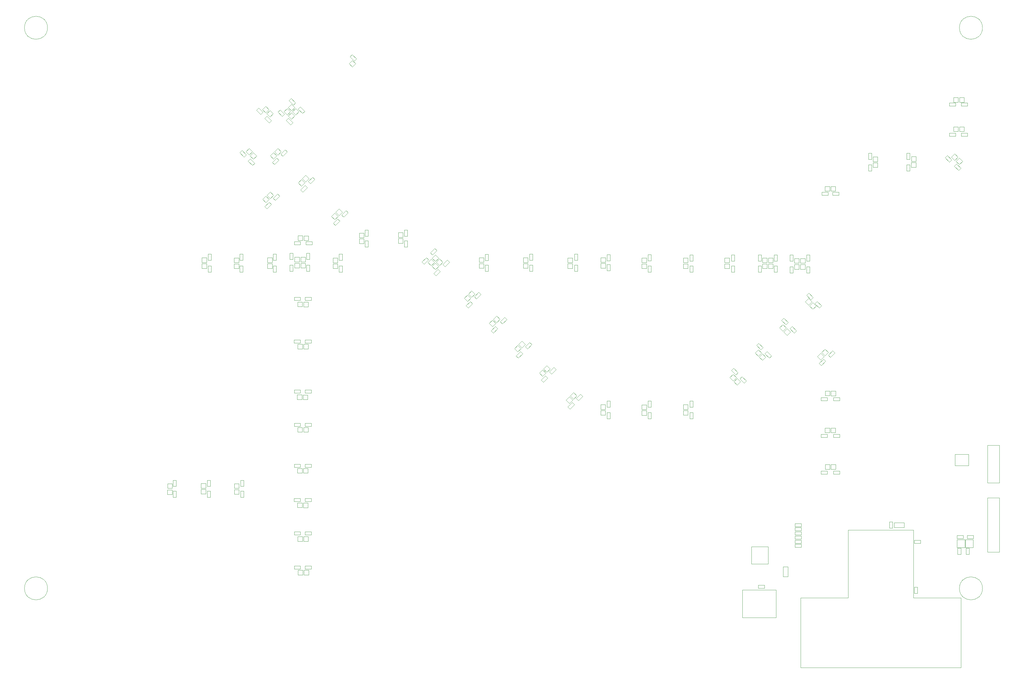
<source format=gbr>
%TF.GenerationSoftware,KiCad,Pcbnew,7.0.1*%
%TF.CreationDate,2023-09-17T14:31:18-07:00*%
%TF.ProjectId,vancouver-skytrain-pcb,76616e63-6f75-4766-9572-2d736b797472,rev?*%
%TF.SameCoordinates,Original*%
%TF.FileFunction,Other,User*%
%FSLAX46Y46*%
G04 Gerber Fmt 4.6, Leading zero omitted, Abs format (unit mm)*
G04 Created by KiCad (PCBNEW 7.0.1) date 2023-09-17 14:31:18*
%MOMM*%
%LPD*%
G01*
G04 APERTURE LIST*
%ADD10C,0.050000*%
G04 APERTURE END LIST*
D10*
%TO.C,C42*%
X83970000Y-89820000D02*
X83970000Y-91680000D01*
X83030000Y-89820000D02*
X83970000Y-89820000D01*
X83970000Y-91680000D02*
X83030000Y-91680000D01*
X83030000Y-91680000D02*
X83030000Y-89820000D01*
%TO.C,LED66*%
X118800000Y-83500000D02*
X118800000Y-84900000D01*
X118800000Y-84900000D02*
X120200000Y-84900000D01*
X120200000Y-83500000D02*
X118800000Y-83500000D01*
X120200000Y-84900000D02*
X120200000Y-83500000D01*
%TO.C,LED122*%
X72850000Y-160300000D02*
X71450000Y-160300000D01*
X71450000Y-160300000D02*
X71450000Y-161700000D01*
X72850000Y-161700000D02*
X72850000Y-160300000D01*
X71450000Y-161700000D02*
X72850000Y-161700000D01*
%TO.C,LED20*%
X99752082Y-46159010D02*
X98762133Y-47148959D01*
X98762133Y-47148959D02*
X99752082Y-48138908D01*
X100742031Y-47148959D02*
X99752082Y-46159010D01*
X99752082Y-48138908D02*
X100742031Y-47148959D01*
%TO.C,C66*%
X91825269Y-50489949D02*
X90510051Y-49174731D01*
X92489949Y-49825269D02*
X91825269Y-50489949D01*
X90510051Y-49174731D02*
X91174731Y-48510051D01*
X91174731Y-48510051D02*
X92489949Y-49825269D01*
%TO.C,LED67*%
X110950000Y-91000000D02*
X110950000Y-92400000D01*
X110950000Y-92400000D02*
X112350000Y-92400000D01*
X112350000Y-91000000D02*
X110950000Y-91000000D01*
X112350000Y-92400000D02*
X112350000Y-91000000D01*
%TO.C,LED28*%
X159714949Y-110575000D02*
X158725000Y-109585051D01*
X158725000Y-109585051D02*
X157735051Y-110575000D01*
X158725000Y-111564949D02*
X159714949Y-110575000D01*
X157735051Y-110575000D02*
X158725000Y-111564949D01*
%TO.C,C28*%
X98251310Y-51063908D02*
X96936092Y-49748690D01*
X98915990Y-50399228D02*
X98251310Y-51063908D01*
X96936092Y-49748690D02*
X97600772Y-49084010D01*
X97600772Y-49084010D02*
X98915990Y-50399228D01*
%TO.C,LED42*%
X252325000Y-92925000D02*
X250925000Y-92925000D01*
X250925000Y-92925000D02*
X250925000Y-94325000D01*
X252325000Y-94325000D02*
X252325000Y-92925000D01*
X250925000Y-94325000D02*
X252325000Y-94325000D01*
%TO.C,C26*%
X88674731Y-46010051D02*
X89989949Y-47325269D01*
X88010051Y-46674731D02*
X88674731Y-46010051D01*
X89989949Y-47325269D02*
X89325269Y-47989949D01*
X89325269Y-47989949D02*
X88010051Y-46674731D01*
%TO.C,LED11*%
X174975000Y-123234010D02*
X173985051Y-124223959D01*
X173985051Y-124223959D02*
X174975000Y-125213908D01*
X175964949Y-124223959D02*
X174975000Y-123234010D01*
X174975000Y-125213908D02*
X175964949Y-124223959D01*
%TO.C,R1*%
X278507500Y-170070000D02*
X278507500Y-171930000D01*
X277567500Y-170070000D02*
X278507500Y-170070000D01*
X278507500Y-171930000D02*
X277567500Y-171930000D01*
X277567500Y-171930000D02*
X277567500Y-170070000D01*
%TO.C,LED18*%
X94425000Y-58159010D02*
X93435051Y-59148959D01*
X93435051Y-59148959D02*
X94425000Y-60138908D01*
X95414949Y-59148959D02*
X94425000Y-58159010D01*
X94425000Y-60138908D02*
X95414949Y-59148959D01*
%TO.C,H2*%
X305450000Y-22000000D02*
G75*
G03*
X305450000Y-22000000I-3450000J0D01*
G01*
%TO.C,C80*%
X104430000Y-116470000D02*
X102570000Y-116470000D01*
X104430000Y-115530000D02*
X104430000Y-116470000D01*
X102570000Y-116470000D02*
X102570000Y-115530000D01*
X102570000Y-115530000D02*
X104430000Y-115530000D01*
%TO.C,C87*%
X99305000Y-163030000D02*
X101165000Y-163030000D01*
X99305000Y-163970000D02*
X99305000Y-163030000D01*
X101165000Y-163030000D02*
X101165000Y-163970000D01*
X101165000Y-163970000D02*
X99305000Y-163970000D01*
%TO.C,LED72*%
X73075000Y-92700000D02*
X71675000Y-92700000D01*
X71675000Y-92700000D02*
X71675000Y-94100000D01*
X73075000Y-94100000D02*
X73075000Y-92700000D01*
X71675000Y-94100000D02*
X73075000Y-94100000D01*
%TO.C,C84*%
X99320000Y-140530000D02*
X101180000Y-140530000D01*
X99320000Y-141470000D02*
X99320000Y-140530000D01*
X101180000Y-140530000D02*
X101180000Y-141470000D01*
X101180000Y-141470000D02*
X99320000Y-141470000D01*
%TO.C,LED62*%
X167925000Y-90900000D02*
X167925000Y-92300000D01*
X167925000Y-92300000D02*
X169325000Y-92300000D01*
X169325000Y-90900000D02*
X167925000Y-90900000D01*
X169325000Y-92300000D02*
X169325000Y-90900000D01*
%TO.C,LED9*%
X191100000Y-134925000D02*
X191100000Y-136325000D01*
X191100000Y-136325000D02*
X192500000Y-136325000D01*
X192500000Y-134925000D02*
X191100000Y-134925000D01*
X192500000Y-136325000D02*
X192500000Y-134925000D01*
%TO.C,LED34*%
X217250000Y-136675000D02*
X215850000Y-136675000D01*
X215850000Y-136675000D02*
X215850000Y-138075000D01*
X217250000Y-138075000D02*
X217250000Y-136675000D01*
X215850000Y-138075000D02*
X217250000Y-138075000D01*
%TO.C,C93*%
X83280000Y-162680000D02*
X83280000Y-160820000D01*
X84220000Y-162680000D02*
X83280000Y-162680000D01*
X83280000Y-160820000D02*
X84220000Y-160820000D01*
X84220000Y-160820000D02*
X84220000Y-162680000D01*
%TO.C,C85*%
X99320000Y-152780000D02*
X101180000Y-152780000D01*
X99320000Y-153720000D02*
X99320000Y-152780000D01*
X101180000Y-152780000D02*
X101180000Y-153720000D01*
X101180000Y-153720000D02*
X99320000Y-153720000D01*
%TO.C,LED17*%
X102750000Y-66209010D02*
X101760051Y-67198959D01*
X101760051Y-67198959D02*
X102750000Y-68188908D01*
X103739949Y-67198959D02*
X102750000Y-66209010D01*
X102750000Y-68188908D02*
X103739949Y-67198959D01*
%TO.C,C99*%
X205280000Y-95180000D02*
X205280000Y-93320000D01*
X206220000Y-95180000D02*
X205280000Y-95180000D01*
X205280000Y-93320000D02*
X206220000Y-93320000D01*
X206220000Y-93320000D02*
X206220000Y-95180000D01*
%TO.C,C78*%
X99305000Y-115530000D02*
X101165000Y-115530000D01*
X99305000Y-116470000D02*
X99305000Y-115530000D01*
X101165000Y-115530000D02*
X101165000Y-116470000D01*
X101165000Y-116470000D02*
X99305000Y-116470000D01*
%TO.C,C107*%
X247780000Y-95430000D02*
X247780000Y-93570000D01*
X248720000Y-95430000D02*
X247780000Y-95430000D01*
X247780000Y-93570000D02*
X248720000Y-93570000D01*
X248720000Y-93570000D02*
X248720000Y-95430000D01*
%TO.C,LED47*%
X259700000Y-143325000D02*
X259700000Y-141925000D01*
X259700000Y-141925000D02*
X258300000Y-141925000D01*
X258300000Y-143325000D02*
X259700000Y-143325000D01*
X258300000Y-141925000D02*
X258300000Y-143325000D01*
%TO.C,LED31*%
X182715990Y-133551041D02*
X181726041Y-132561092D01*
X181726041Y-132561092D02*
X180736092Y-133551041D01*
X181726041Y-134540990D02*
X182715990Y-133551041D01*
X180736092Y-133551041D02*
X181726041Y-134540990D01*
%TO.C,LED99*%
X102125000Y-141775000D02*
X102125000Y-143175000D01*
X102125000Y-143175000D02*
X103525000Y-143175000D01*
X103525000Y-141775000D02*
X102125000Y-141775000D01*
X103525000Y-143175000D02*
X103525000Y-141775000D01*
%TO.C,LED112*%
X100850000Y-93950000D02*
X100850000Y-92550000D01*
X100850000Y-92550000D02*
X99450000Y-92550000D01*
X99450000Y-93950000D02*
X100850000Y-93950000D01*
X99450000Y-92550000D02*
X99450000Y-93950000D01*
%TO.C,C47*%
X257070000Y-132780000D02*
X258930000Y-132780000D01*
X257070000Y-133720000D02*
X257070000Y-132780000D01*
X258930000Y-132780000D02*
X258930000Y-133720000D01*
X258930000Y-133720000D02*
X257070000Y-133720000D01*
%TO.C,C22*%
X120530000Y-87680000D02*
X120530000Y-85820000D01*
X121470000Y-87680000D02*
X120530000Y-87680000D01*
X120530000Y-85820000D02*
X121470000Y-85820000D01*
X121470000Y-85820000D02*
X121470000Y-87680000D01*
%TO.C,C34*%
X86825269Y-63239949D02*
X85510051Y-61924731D01*
X87489949Y-62575269D02*
X86825269Y-63239949D01*
X85510051Y-61924731D02*
X86174731Y-61260051D01*
X86174731Y-61260051D02*
X87489949Y-62575269D01*
%TO.C,LED12*%
X167525000Y-115884010D02*
X166535051Y-116873959D01*
X166535051Y-116873959D02*
X167525000Y-117863908D01*
X168514949Y-116873959D02*
X167525000Y-115884010D01*
X167525000Y-117863908D02*
X168514949Y-116873959D01*
%TO.C,H3*%
X305450000Y-190000000D02*
G75*
G03*
X305450000Y-190000000I-3450000J0D01*
G01*
%TO.C,C119*%
X262430000Y-72220000D02*
X260570000Y-72220000D01*
X262430000Y-71280000D02*
X262430000Y-72220000D01*
X260570000Y-72220000D02*
X260570000Y-71280000D01*
X260570000Y-71280000D02*
X262430000Y-71280000D01*
%TO.C,C15*%
X158260051Y-112825269D02*
X159575269Y-111510051D01*
X158924731Y-113489949D02*
X158260051Y-112825269D01*
X159575269Y-111510051D02*
X160239949Y-112174731D01*
X160239949Y-112174731D02*
X158924731Y-113489949D01*
%TO.C,LED114*%
X100375000Y-118200000D02*
X101775000Y-118200000D01*
X101775000Y-118200000D02*
X101775000Y-116800000D01*
X100375000Y-116800000D02*
X100375000Y-118200000D01*
X101775000Y-116800000D02*
X100375000Y-116800000D01*
%TO.C,LED53*%
X272650000Y-62075000D02*
X274050000Y-62075000D01*
X274050000Y-62075000D02*
X274050000Y-60675000D01*
X272650000Y-60675000D02*
X272650000Y-62075000D01*
X274050000Y-60675000D02*
X272650000Y-60675000D01*
%TO.C,LED97*%
X102050000Y-164400000D02*
X102050000Y-165800000D01*
X102050000Y-165800000D02*
X103450000Y-165800000D01*
X103450000Y-164400000D02*
X102050000Y-164400000D01*
X103450000Y-165800000D02*
X103450000Y-164400000D01*
%TO.C,C60*%
X218720000Y-133820000D02*
X218720000Y-135680000D01*
X217780000Y-133820000D02*
X218720000Y-133820000D01*
X218720000Y-135680000D02*
X217780000Y-135680000D01*
X217780000Y-135680000D02*
X217780000Y-133820000D01*
%TO.C,C108*%
X248720000Y-90085000D02*
X248720000Y-91945000D01*
X247780000Y-90085000D02*
X248720000Y-90085000D01*
X248720000Y-91945000D02*
X247780000Y-91945000D01*
X247780000Y-91945000D02*
X247780000Y-90085000D01*
%TO.C,J1*%
X306950000Y-147150000D02*
X306950000Y-158350000D01*
X306950000Y-158350000D02*
X310550000Y-158350000D01*
X310550000Y-147150000D02*
X306950000Y-147150000D01*
X310550000Y-158350000D02*
X310550000Y-147150000D01*
%TO.C,J3_PROGRAMING_PIN1*%
X306950000Y-162850000D02*
X306950000Y-179150000D01*
X306950000Y-179150000D02*
X310550000Y-179150000D01*
X310550000Y-162850000D02*
X306950000Y-162850000D01*
X310550000Y-179150000D02*
X310550000Y-162850000D01*
%TO.C,LED120*%
X61400000Y-158625000D02*
X61400000Y-160025000D01*
X61400000Y-160025000D02*
X62800000Y-160025000D01*
X62800000Y-158625000D02*
X61400000Y-158625000D01*
X62800000Y-160025000D02*
X62800000Y-158625000D01*
%TO.C,LED52*%
X284150000Y-62000000D02*
X285550000Y-62000000D01*
X285550000Y-62000000D02*
X285550000Y-60600000D01*
X284150000Y-60600000D02*
X284150000Y-62000000D01*
X285550000Y-60600000D02*
X284150000Y-60600000D01*
%TO.C,Q2*%
X300350000Y-177800000D02*
X300350000Y-175400000D01*
X302650000Y-177800000D02*
X300350000Y-177800000D01*
X300350000Y-175400000D02*
X302650000Y-175400000D01*
X302650000Y-175400000D02*
X302650000Y-177800000D01*
%TO.C,C65*%
X113720000Y-89820000D02*
X113720000Y-91680000D01*
X112780000Y-89820000D02*
X113720000Y-89820000D01*
X113720000Y-91680000D02*
X112780000Y-91680000D01*
X112780000Y-91680000D02*
X112780000Y-89820000D01*
%TO.C,LED58*%
X215850000Y-90975000D02*
X215850000Y-92375000D01*
X215850000Y-92375000D02*
X217250000Y-92375000D01*
X217250000Y-90975000D02*
X215850000Y-90975000D01*
X217250000Y-92375000D02*
X217250000Y-90975000D01*
%TO.C,LED78*%
X131900000Y-85150000D02*
X130500000Y-85150000D01*
X130500000Y-85150000D02*
X130500000Y-86550000D01*
X131900000Y-86550000D02*
X131900000Y-85150000D01*
X130500000Y-86550000D02*
X131900000Y-86550000D01*
%TO.C,LED36*%
X239550000Y-119684010D02*
X238560051Y-120673959D01*
X238560051Y-120673959D02*
X239550000Y-121663908D01*
X240539949Y-120673959D02*
X239550000Y-119684010D01*
X239550000Y-121663908D02*
X240539949Y-120673959D01*
%TO.C,LED85*%
X217225000Y-92725000D02*
X215825000Y-92725000D01*
X215825000Y-92725000D02*
X215825000Y-94125000D01*
X217225000Y-94125000D02*
X217225000Y-92725000D01*
X215825000Y-94125000D02*
X217225000Y-94125000D01*
%TO.C,LED77*%
X120200000Y-85225000D02*
X118800000Y-85225000D01*
X118800000Y-85225000D02*
X118800000Y-86625000D01*
X120200000Y-86625000D02*
X120200000Y-85225000D01*
X118800000Y-86625000D02*
X120200000Y-86625000D01*
%TO.C,LED75*%
X102675000Y-92550000D02*
X101275000Y-92550000D01*
X101275000Y-92550000D02*
X101275000Y-93950000D01*
X102675000Y-93950000D02*
X102675000Y-92550000D01*
X101275000Y-93950000D02*
X102675000Y-93950000D01*
%TO.C,C83*%
X104430000Y-141470000D02*
X102570000Y-141470000D01*
X104430000Y-140530000D02*
X104430000Y-141470000D01*
X102570000Y-141470000D02*
X102570000Y-140530000D01*
X102570000Y-140530000D02*
X104430000Y-140530000D01*
%TO.C,LED108*%
X97226041Y-48138908D02*
X98215990Y-47148959D01*
X98215990Y-47148959D02*
X97226041Y-46159010D01*
X96236092Y-47148959D02*
X97226041Y-48138908D01*
X97226041Y-46159010D02*
X96236092Y-47148959D01*
%TO.C,LED54*%
X259700000Y-70950000D02*
X259700000Y-69550000D01*
X259700000Y-69550000D02*
X258300000Y-69550000D01*
X258300000Y-70950000D02*
X259700000Y-70950000D01*
X258300000Y-69550000D02*
X258300000Y-70950000D01*
%TO.C,LED90*%
X274050000Y-63825000D02*
X274050000Y-62425000D01*
X274050000Y-62425000D02*
X272650000Y-62425000D01*
X272650000Y-63825000D02*
X274050000Y-63825000D01*
X272650000Y-62425000D02*
X272650000Y-63825000D01*
%TO.C,LED65*%
X130500000Y-83400000D02*
X130500000Y-84800000D01*
X130500000Y-84800000D02*
X131900000Y-84800000D01*
X131900000Y-83400000D02*
X130500000Y-83400000D01*
X131900000Y-84800000D02*
X131900000Y-83400000D01*
%TO.C,C133*%
X253424731Y-101510051D02*
X254739949Y-102825269D01*
X252760051Y-102174731D02*
X253424731Y-101510051D01*
X254739949Y-102825269D02*
X254075269Y-103489949D01*
X254075269Y-103489949D02*
X252760051Y-102174731D01*
%TO.C,C134*%
X257070000Y-143780000D02*
X258930000Y-143780000D01*
X257070000Y-144720000D02*
X257070000Y-143780000D01*
X258930000Y-143780000D02*
X258930000Y-144720000D01*
X258930000Y-144720000D02*
X257070000Y-144720000D01*
%TO.C,C96*%
X74220000Y-157570000D02*
X74220000Y-159430000D01*
X73280000Y-157570000D02*
X74220000Y-157570000D01*
X74220000Y-159430000D02*
X73280000Y-159430000D01*
X73280000Y-159430000D02*
X73280000Y-157570000D01*
%TO.C,C90*%
X99320000Y-173030000D02*
X101180000Y-173030000D01*
X99320000Y-173970000D02*
X99320000Y-173030000D01*
X101180000Y-173030000D02*
X101180000Y-173970000D01*
X101180000Y-173970000D02*
X99320000Y-173970000D01*
%TO.C,C39*%
X83674731Y-58760051D02*
X84989949Y-60075269D01*
X83010051Y-59424731D02*
X83674731Y-58760051D01*
X84989949Y-60075269D02*
X84325269Y-60739949D01*
X84325269Y-60739949D02*
X83010051Y-59424731D01*
%TO.C,LED22*%
X90773959Y-47489949D02*
X91763908Y-46500000D01*
X91763908Y-46500000D02*
X90773959Y-45510051D01*
X89784010Y-46500000D02*
X90773959Y-47489949D01*
X90773959Y-45510051D02*
X89784010Y-46500000D01*
%TO.C,C19*%
X137585051Y-92175269D02*
X138900269Y-90860051D01*
X138249731Y-92839949D02*
X137585051Y-92175269D01*
X138900269Y-90860051D02*
X139564949Y-91524731D01*
X139564949Y-91524731D02*
X138249731Y-92839949D01*
%TO.C,C13*%
X185739949Y-132424731D02*
X184424731Y-133739949D01*
X185075269Y-131760051D02*
X185739949Y-132424731D01*
X184424731Y-133739949D02*
X183760051Y-133075269D01*
X183760051Y-133075269D02*
X185075269Y-131760051D01*
%TO.C,C10*%
X217780000Y-139165000D02*
X217780000Y-137305000D01*
X218720000Y-139165000D02*
X217780000Y-139165000D01*
X217780000Y-137305000D02*
X218720000Y-137305000D01*
X218720000Y-137305000D02*
X218720000Y-139165000D01*
%TO.C,LED27*%
X152214949Y-103026041D02*
X151225000Y-102036092D01*
X151225000Y-102036092D02*
X150235051Y-103026041D01*
X151225000Y-104015990D02*
X152214949Y-103026041D01*
X150235051Y-103026041D02*
X151225000Y-104015990D01*
%TO.C,C7*%
X238424731Y-116510051D02*
X239739949Y-117825269D01*
X237760051Y-117174731D02*
X238424731Y-116510051D01*
X239739949Y-117825269D02*
X239075269Y-118489949D01*
X239075269Y-118489949D02*
X237760051Y-117174731D01*
%TO.C,LED55*%
X249100000Y-92525000D02*
X250500000Y-92525000D01*
X250500000Y-92525000D02*
X250500000Y-91125000D01*
X249100000Y-91125000D02*
X249100000Y-92525000D01*
X250500000Y-91125000D02*
X249100000Y-91125000D01*
%TO.C,C118*%
X206220000Y-89945000D02*
X206220000Y-91805000D01*
X205280000Y-89945000D02*
X206220000Y-89945000D01*
X206220000Y-91805000D02*
X205280000Y-91805000D01*
X205280000Y-91805000D02*
X205280000Y-89945000D01*
%TO.C,LED124*%
X100300000Y-165775000D02*
X101700000Y-165775000D01*
X101700000Y-165775000D02*
X101700000Y-164375000D01*
X100300000Y-164375000D02*
X100300000Y-165775000D01*
X101700000Y-164375000D02*
X100300000Y-164375000D01*
%TO.C,C25*%
X97239949Y-59174731D02*
X95924731Y-60489949D01*
X96575269Y-58510051D02*
X97239949Y-59174731D01*
X95924731Y-60489949D02*
X95260051Y-59825269D01*
X95260051Y-59825269D02*
X96575269Y-58510051D01*
%TO.C,C115*%
X230280000Y-95180000D02*
X230280000Y-93320000D01*
X231220000Y-95180000D02*
X230280000Y-95180000D01*
X230280000Y-93320000D02*
X231220000Y-93320000D01*
X231220000Y-93320000D02*
X231220000Y-95180000D01*
%TO.C,C55*%
X249320000Y-174280000D02*
X251180000Y-174280000D01*
X249320000Y-175220000D02*
X249320000Y-174280000D01*
X251180000Y-174280000D02*
X251180000Y-175220000D01*
X251180000Y-175220000D02*
X249320000Y-175220000D01*
%TO.C,LED8*%
X203425000Y-134975000D02*
X203425000Y-136375000D01*
X203425000Y-136375000D02*
X204825000Y-136375000D01*
X204825000Y-134975000D02*
X203425000Y-134975000D01*
X204825000Y-136375000D02*
X204825000Y-134975000D01*
%TO.C,C112*%
X239220000Y-90070000D02*
X239220000Y-91930000D01*
X238280000Y-90070000D02*
X239220000Y-90070000D01*
X239220000Y-91930000D02*
X238280000Y-91930000D01*
X238280000Y-91930000D02*
X238280000Y-90070000D01*
%TO.C,C95*%
X73280000Y-162680000D02*
X73280000Y-160820000D01*
X74220000Y-162680000D02*
X73280000Y-162680000D01*
X73280000Y-160820000D02*
X74220000Y-160820000D01*
X74220000Y-160820000D02*
X74220000Y-162680000D01*
%TO.C,C64*%
X112780000Y-95180000D02*
X112780000Y-93320000D01*
X113720000Y-95180000D02*
X112780000Y-95180000D01*
X112780000Y-93320000D02*
X113720000Y-93320000D01*
X113720000Y-93320000D02*
X113720000Y-95180000D01*
%TO.C,C117*%
X217780000Y-95180000D02*
X217780000Y-93320000D01*
X218720000Y-95180000D02*
X217780000Y-95180000D01*
X217780000Y-93320000D02*
X218720000Y-93320000D01*
X218720000Y-93320000D02*
X218720000Y-95180000D01*
%TO.C,C73*%
X170720000Y-89820000D02*
X170720000Y-91680000D01*
X169780000Y-89820000D02*
X170720000Y-89820000D01*
X170720000Y-91680000D02*
X169780000Y-91680000D01*
X169780000Y-91680000D02*
X169780000Y-89820000D01*
%TO.C,C110*%
X243030000Y-95195000D02*
X243030000Y-93335000D01*
X243970000Y-95195000D02*
X243030000Y-95195000D01*
X243030000Y-93335000D02*
X243970000Y-93335000D01*
X243970000Y-93335000D02*
X243970000Y-95195000D01*
%TO.C,C113*%
X238280000Y-95245000D02*
X238280000Y-93385000D01*
X239220000Y-95245000D02*
X238280000Y-95245000D01*
X238280000Y-93385000D02*
X239220000Y-93385000D01*
X239220000Y-93385000D02*
X239220000Y-95245000D01*
%TO.C,R3*%
X298030000Y-179780000D02*
X298030000Y-177920000D01*
X298970000Y-179780000D02*
X298030000Y-179780000D01*
X298030000Y-177920000D02*
X298970000Y-177920000D01*
X298970000Y-177920000D02*
X298970000Y-179780000D01*
%TO.C,LED45*%
X257989949Y-120522918D02*
X257000000Y-119532969D01*
X257000000Y-119532969D02*
X256010051Y-120522918D01*
X257000000Y-121512867D02*
X257989949Y-120522918D01*
X256010051Y-120522918D02*
X257000000Y-121512867D01*
%TO.C,C21*%
X145814949Y-92274731D02*
X144499731Y-93589949D01*
X145150269Y-91610051D02*
X145814949Y-92274731D01*
X144499731Y-93589949D02*
X143835051Y-92925269D01*
X143835051Y-92925269D02*
X145150269Y-91610051D01*
%TO.C,LED56*%
X239550000Y-92365000D02*
X240950000Y-92365000D01*
X240950000Y-92365000D02*
X240950000Y-90965000D01*
X239550000Y-90965000D02*
X239550000Y-92365000D01*
X240950000Y-90965000D02*
X239550000Y-90965000D01*
%TO.C,LED127*%
X117739949Y-32750000D02*
X116750000Y-31760051D01*
X116750000Y-31760051D02*
X115760051Y-32750000D01*
X116750000Y-33739949D02*
X117739949Y-32750000D01*
X115760051Y-32750000D02*
X116750000Y-33739949D01*
%TO.C,LED74*%
X92750000Y-92675000D02*
X91350000Y-92675000D01*
X91350000Y-92675000D02*
X91350000Y-94075000D01*
X92750000Y-94075000D02*
X92750000Y-92675000D01*
X91350000Y-94075000D02*
X92750000Y-94075000D01*
%TO.C,LED94*%
X299950000Y-42900000D02*
X298550000Y-42900000D01*
X298550000Y-42900000D02*
X298550000Y-44300000D01*
X299950000Y-44300000D02*
X299950000Y-42900000D01*
X298550000Y-44300000D02*
X299950000Y-44300000D01*
%TO.C,C79*%
X249320000Y-170530000D02*
X251180000Y-170530000D01*
X249320000Y-171470000D02*
X249320000Y-170530000D01*
X251180000Y-170530000D02*
X251180000Y-171470000D01*
X251180000Y-171470000D02*
X249320000Y-171470000D01*
%TO.C,C69*%
X111010051Y-80575269D02*
X112325269Y-79260051D01*
X111674731Y-81239949D02*
X111010051Y-80575269D01*
X112325269Y-79260051D02*
X112989949Y-79924731D01*
X112989949Y-79924731D02*
X111674731Y-81239949D01*
%TO.C,C61*%
X98970000Y-89570000D02*
X98970000Y-91430000D01*
X98030000Y-89570000D02*
X98970000Y-89570000D01*
X98970000Y-91430000D02*
X98030000Y-91430000D01*
X98030000Y-91430000D02*
X98030000Y-89570000D01*
%TO.C,C136*%
X257070000Y-154780000D02*
X258930000Y-154780000D01*
X257070000Y-155720000D02*
X257070000Y-154780000D01*
X258930000Y-154780000D02*
X258930000Y-155720000D01*
X258930000Y-155720000D02*
X257070000Y-155720000D01*
%TO.C,C111*%
X243970000Y-90070000D02*
X243970000Y-91930000D01*
X243030000Y-90070000D02*
X243970000Y-90070000D01*
X243970000Y-91930000D02*
X243030000Y-91930000D01*
X243030000Y-91930000D02*
X243030000Y-90070000D01*
%TO.C,LED48*%
X259725000Y-154300000D02*
X259725000Y-152900000D01*
X259725000Y-152900000D02*
X258325000Y-152900000D01*
X258325000Y-154300000D02*
X259725000Y-154300000D01*
X258325000Y-152900000D02*
X258325000Y-154300000D01*
%TO.C,LED61*%
X181250000Y-90950000D02*
X181250000Y-92350000D01*
X181250000Y-92350000D02*
X182650000Y-92350000D01*
X182650000Y-90950000D02*
X181250000Y-90950000D01*
X182650000Y-92350000D02*
X182650000Y-90950000D01*
%TO.C,C24*%
X105489949Y-67424731D02*
X104174731Y-68739949D01*
X104825269Y-66760051D02*
X105489949Y-67424731D01*
X104174731Y-68739949D02*
X103510051Y-68075269D01*
X103510051Y-68075269D02*
X104825269Y-66760051D01*
%TO.C,C103*%
X249320000Y-171780000D02*
X251180000Y-171780000D01*
X249320000Y-172720000D02*
X249320000Y-171780000D01*
X251180000Y-171780000D02*
X251180000Y-172720000D01*
X251180000Y-172720000D02*
X249320000Y-172720000D01*
%TO.C,LED116*%
X100350000Y-143150000D02*
X101750000Y-143150000D01*
X101750000Y-143150000D02*
X101750000Y-141750000D01*
X100350000Y-141750000D02*
X100350000Y-143150000D01*
X101750000Y-141750000D02*
X100350000Y-141750000D01*
%TO.C,H4*%
X25450000Y-190000000D02*
G75*
G03*
X25450000Y-190000000I-3450000J0D01*
G01*
%TO.C,C114*%
X231220000Y-90070000D02*
X231220000Y-91930000D01*
X230280000Y-90070000D02*
X231220000Y-90070000D01*
X231220000Y-91930000D02*
X230280000Y-91930000D01*
X230280000Y-91930000D02*
X230280000Y-90070000D01*
%TO.C,LED76*%
X112350000Y-92750000D02*
X110950000Y-92750000D01*
X110950000Y-92750000D02*
X110950000Y-94150000D01*
X112350000Y-94150000D02*
X112350000Y-92750000D01*
X110950000Y-94150000D02*
X112350000Y-94150000D01*
%TO.C,C91*%
X99320000Y-183280000D02*
X101180000Y-183280000D01*
X99320000Y-184220000D02*
X99320000Y-183280000D01*
X101180000Y-183280000D02*
X101180000Y-184220000D01*
X101180000Y-184220000D02*
X99320000Y-184220000D01*
%TO.C,R5*%
X299680000Y-175070000D02*
X297820000Y-175070000D01*
X299680000Y-174130000D02*
X299680000Y-175070000D01*
X297820000Y-175070000D02*
X297820000Y-174130000D01*
X297820000Y-174130000D02*
X299680000Y-174130000D01*
%TO.C,LED46*%
X259725000Y-132250000D02*
X259725000Y-130850000D01*
X259725000Y-130850000D02*
X258325000Y-130850000D01*
X258325000Y-132250000D02*
X259725000Y-132250000D01*
X258325000Y-130850000D02*
X258325000Y-132250000D01*
%TO.C,C56*%
X177739949Y-124424731D02*
X176424731Y-125739949D01*
X177075269Y-123760051D02*
X177739949Y-124424731D01*
X176424731Y-125739949D02*
X175760051Y-125075269D01*
X175760051Y-125075269D02*
X177075269Y-123760051D01*
%TO.C,C33*%
X245924731Y-109010051D02*
X247239949Y-110325269D01*
X245260051Y-109674731D02*
X245924731Y-109010051D01*
X247239949Y-110325269D02*
X246575269Y-110989949D01*
X246575269Y-110989949D02*
X245260051Y-109674731D01*
%TO.C,LED83*%
X192550000Y-92625000D02*
X191150000Y-92625000D01*
X191150000Y-92625000D02*
X191150000Y-94025000D01*
X192550000Y-94025000D02*
X192550000Y-92625000D01*
X191150000Y-94025000D02*
X192550000Y-94025000D01*
%TO.C,LED63*%
X154700000Y-90875000D02*
X154700000Y-92275000D01*
X154700000Y-92275000D02*
X156100000Y-92275000D01*
X156100000Y-90875000D02*
X154700000Y-90875000D01*
X156100000Y-92275000D02*
X156100000Y-90875000D01*
%TO.C,C127*%
X298325269Y-64739949D02*
X297010051Y-63424731D01*
X298989949Y-64075269D02*
X298325269Y-64739949D01*
X297010051Y-63424731D02*
X297674731Y-62760051D01*
X297674731Y-62760051D02*
X298989949Y-64075269D01*
%TO.C,LED41*%
X242725000Y-92740000D02*
X241325000Y-92740000D01*
X241325000Y-92740000D02*
X241325000Y-94140000D01*
X242725000Y-94140000D02*
X242725000Y-92740000D01*
X241325000Y-94140000D02*
X242725000Y-94140000D01*
%TO.C,H1*%
X25450000Y-22000000D02*
G75*
G03*
X25450000Y-22000000I-3450000J0D01*
G01*
%TO.C,LED73*%
X82750000Y-92725000D02*
X81350000Y-92725000D01*
X81350000Y-92725000D02*
X81350000Y-94125000D01*
X82750000Y-94125000D02*
X82750000Y-92725000D01*
X81350000Y-94125000D02*
X82750000Y-94125000D01*
%TO.C,LED14*%
X152476041Y-100786092D02*
X151486092Y-101776041D01*
X151486092Y-101776041D02*
X152476041Y-102765990D01*
X153465990Y-101776041D02*
X152476041Y-100786092D01*
X152476041Y-102765990D02*
X153465990Y-101776041D01*
%TO.C,C74*%
X169780000Y-94930000D02*
X169780000Y-93070000D01*
X170720000Y-94930000D02*
X169780000Y-94930000D01*
X169780000Y-93070000D02*
X170720000Y-93070000D01*
X170720000Y-93070000D02*
X170720000Y-94930000D01*
%TO.C,C120*%
X249320000Y-173030000D02*
X251180000Y-173030000D01*
X249320000Y-173970000D02*
X249320000Y-173030000D01*
X251180000Y-173030000D02*
X251180000Y-173970000D01*
X251180000Y-173970000D02*
X249320000Y-173970000D01*
%TO.C,LED5*%
X237335051Y-119448959D02*
X238325000Y-120438908D01*
X238325000Y-120438908D02*
X239314949Y-119448959D01*
X238325000Y-118459010D02*
X237335051Y-119448959D01*
X239314949Y-119448959D02*
X238325000Y-118459010D01*
%TO.C,C94*%
X84220000Y-157570000D02*
X84220000Y-159430000D01*
X83280000Y-157570000D02*
X84220000Y-157570000D01*
X84220000Y-159430000D02*
X83280000Y-159430000D01*
X83280000Y-159430000D02*
X83280000Y-157570000D01*
%TO.C,C5*%
X116674731Y-30010051D02*
X117989949Y-31325269D01*
X116010051Y-30674731D02*
X116674731Y-30010051D01*
X117989949Y-31325269D02*
X117325269Y-31989949D01*
X117325269Y-31989949D02*
X116010051Y-30674731D01*
%TO.C,LED37*%
X246925000Y-112159010D02*
X245935051Y-113148959D01*
X245935051Y-113148959D02*
X246925000Y-114138908D01*
X247914949Y-113148959D02*
X246925000Y-112159010D01*
X246925000Y-114138908D02*
X247914949Y-113148959D01*
%TO.C,LED51*%
X297125000Y-61740990D02*
X298114949Y-60751041D01*
X298114949Y-60751041D02*
X297125000Y-59761092D01*
X296135051Y-60751041D02*
X297125000Y-61740990D01*
X297125000Y-59761092D02*
X296135051Y-60751041D01*
%TO.C,C86*%
X104430000Y-153720000D02*
X102570000Y-153720000D01*
X104430000Y-152780000D02*
X104430000Y-153720000D01*
X102570000Y-153720000D02*
X102570000Y-152780000D01*
X102570000Y-152780000D02*
X104430000Y-152780000D01*
%TO.C,C128*%
X294924731Y-60260051D02*
X296239949Y-61575269D01*
X294260051Y-60924731D02*
X294924731Y-60260051D01*
X296239949Y-61575269D02*
X295575269Y-62239949D01*
X295575269Y-62239949D02*
X294260051Y-60924731D01*
%TO.C,C130*%
X300930000Y-54470000D02*
X299070000Y-54470000D01*
X300930000Y-53530000D02*
X300930000Y-54470000D01*
X299070000Y-54470000D02*
X299070000Y-53530000D01*
X299070000Y-53530000D02*
X300930000Y-53530000D01*
%TO.C,C58*%
X193030000Y-139165000D02*
X193030000Y-137305000D01*
X193970000Y-139165000D02*
X193030000Y-139165000D01*
X193030000Y-137305000D02*
X193970000Y-137305000D01*
X193970000Y-137305000D02*
X193970000Y-139165000D01*
%TO.C,C20*%
X142064949Y-88774731D02*
X140749731Y-90089949D01*
X141400269Y-88110051D02*
X142064949Y-88774731D01*
X140749731Y-90089949D02*
X140085051Y-89425269D01*
X140085051Y-89425269D02*
X141400269Y-88110051D01*
%TO.C,LED19*%
X93040990Y-47750000D02*
X92051041Y-46760051D01*
X92051041Y-46760051D02*
X91061092Y-47750000D01*
X92051041Y-48739949D02*
X93040990Y-47750000D01*
X91061092Y-47750000D02*
X92051041Y-48739949D01*
%TO.C,LED111*%
X101825000Y-85725000D02*
X101825000Y-84325000D01*
X101825000Y-84325000D02*
X100425000Y-84325000D01*
X100425000Y-85725000D02*
X101825000Y-85725000D01*
X100425000Y-84325000D02*
X100425000Y-85725000D01*
%TO.C,LED91*%
X285525000Y-63775000D02*
X285525000Y-62375000D01*
X285525000Y-62375000D02*
X284125000Y-62375000D01*
X284125000Y-63775000D02*
X285525000Y-63775000D01*
X284125000Y-62375000D02*
X284125000Y-63775000D01*
%TO.C,LED15*%
X142851041Y-91259010D02*
X141861092Y-92248959D01*
X141861092Y-92248959D02*
X142851041Y-93238908D01*
X143840990Y-92248959D02*
X142851041Y-91259010D01*
X142851041Y-93238908D02*
X143840990Y-92248959D01*
%TO.C,C97*%
X63030000Y-162680000D02*
X63030000Y-160820000D01*
X63970000Y-162680000D02*
X63030000Y-162680000D01*
X63030000Y-160820000D02*
X63970000Y-160820000D01*
X63970000Y-160820000D02*
X63970000Y-162680000D01*
%TO.C,LED98*%
X102050000Y-154050000D02*
X102050000Y-155450000D01*
X102050000Y-155450000D02*
X103450000Y-155450000D01*
X103450000Y-154050000D02*
X102050000Y-154050000D01*
X103450000Y-155450000D02*
X103450000Y-154050000D01*
%TO.C,C31*%
X98424731Y-43184010D02*
X99739949Y-44499228D01*
X97760051Y-43848690D02*
X98424731Y-43184010D01*
X99739949Y-44499228D02*
X99075269Y-45163908D01*
X99075269Y-45163908D02*
X97760051Y-43848690D01*
%TO.C,LED44*%
X244684010Y-111925000D02*
X245673959Y-112914949D01*
X245673959Y-112914949D02*
X246663908Y-111925000D01*
X245673959Y-110935051D02*
X244684010Y-111925000D01*
X246663908Y-111925000D02*
X245673959Y-110935051D01*
%TO.C,C71*%
X133220000Y-82570000D02*
X133220000Y-84430000D01*
X132280000Y-82570000D02*
X133220000Y-82570000D01*
X133220000Y-84430000D02*
X132280000Y-84430000D01*
X132280000Y-84430000D02*
X132280000Y-82570000D01*
%TO.C,C2*%
X285970000Y-189580000D02*
X285970000Y-191440000D01*
X285030000Y-189580000D02*
X285970000Y-189580000D01*
X285970000Y-191440000D02*
X285030000Y-191440000D01*
X285030000Y-191440000D02*
X285030000Y-189580000D01*
%TO.C,C77*%
X104430000Y-103720000D02*
X102570000Y-103720000D01*
X104430000Y-102780000D02*
X104430000Y-103720000D01*
X102570000Y-103720000D02*
X102570000Y-102780000D01*
X102570000Y-102780000D02*
X104430000Y-102780000D01*
%TO.C,LED84*%
X204825000Y-92725000D02*
X203425000Y-92725000D01*
X203425000Y-92725000D02*
X203425000Y-94125000D01*
X204825000Y-94125000D02*
X204825000Y-92725000D01*
X203425000Y-94125000D02*
X204825000Y-94125000D01*
%TO.C,LED24*%
X102488908Y-68450000D02*
X101498959Y-67460051D01*
X101498959Y-67460051D02*
X100509010Y-68450000D01*
X101498959Y-69439949D02*
X102488908Y-68450000D01*
X100509010Y-68450000D02*
X101498959Y-69439949D01*
%TO.C,C70*%
X121470000Y-82570000D02*
X121470000Y-84430000D01*
X120530000Y-82570000D02*
X121470000Y-82570000D01*
X121470000Y-84430000D02*
X120530000Y-84430000D01*
X120530000Y-84430000D02*
X120530000Y-82570000D01*
%TO.C,C16*%
X150760051Y-105325269D02*
X152075269Y-104010051D01*
X151424731Y-105989949D02*
X150760051Y-105325269D01*
X152075269Y-104010051D02*
X152739949Y-104674731D01*
X152739949Y-104674731D02*
X151424731Y-105989949D01*
%TO.C,D1*%
X282017500Y-171730000D02*
X279057500Y-171730000D01*
X282017500Y-170270000D02*
X282017500Y-171730000D01*
X279057500Y-171730000D02*
X279057500Y-170270000D01*
X279057500Y-170270000D02*
X282017500Y-170270000D01*
%TO.C,LED33*%
X204825000Y-136725000D02*
X203425000Y-136725000D01*
X203425000Y-136725000D02*
X203425000Y-138125000D01*
X204825000Y-138125000D02*
X204825000Y-136725000D01*
X203425000Y-138125000D02*
X204825000Y-138125000D01*
%TO.C,C35*%
X104680000Y-86970000D02*
X102820000Y-86970000D01*
X104680000Y-86030000D02*
X104680000Y-86970000D01*
X102820000Y-86970000D02*
X102820000Y-86030000D01*
X102820000Y-86030000D02*
X104680000Y-86030000D01*
%TO.C,LED7*%
X215850000Y-134925000D02*
X215850000Y-136325000D01*
X215850000Y-136325000D02*
X217250000Y-136325000D01*
X217250000Y-134925000D02*
X215850000Y-134925000D01*
X217250000Y-136325000D02*
X217250000Y-134925000D01*
%TO.C,LED16*%
X112723959Y-76260051D02*
X111734010Y-77250000D01*
X111734010Y-77250000D02*
X112723959Y-78239949D01*
X113713908Y-77250000D02*
X112723959Y-76260051D01*
X112723959Y-78239949D02*
X113713908Y-77250000D01*
%TO.C,C138*%
X262680000Y-155720000D02*
X260820000Y-155720000D01*
X262680000Y-154780000D02*
X262680000Y-155720000D01*
X260820000Y-155720000D02*
X260820000Y-154780000D01*
X260820000Y-154780000D02*
X262680000Y-154780000D01*
%TO.C,C50*%
X157470000Y-89870000D02*
X157470000Y-91730000D01*
X156530000Y-89870000D02*
X157470000Y-89870000D01*
X157470000Y-91730000D02*
X156530000Y-91730000D01*
X156530000Y-91730000D02*
X156530000Y-89870000D01*
%TO.C,LED60*%
X191150000Y-90875000D02*
X191150000Y-92275000D01*
X191150000Y-92275000D02*
X192550000Y-92275000D01*
X192550000Y-90875000D02*
X191150000Y-90875000D01*
X192550000Y-92275000D02*
X192550000Y-90875000D01*
%TO.C,C109*%
X253720000Y-90070000D02*
X253720000Y-91930000D01*
X252780000Y-90070000D02*
X253720000Y-90070000D01*
X253720000Y-91930000D02*
X252780000Y-91930000D01*
X252780000Y-91930000D02*
X252780000Y-90070000D01*
%TO.C,LED2*%
X261450000Y-141925000D02*
X260050000Y-141925000D01*
X260050000Y-141925000D02*
X260050000Y-143325000D01*
X261450000Y-143325000D02*
X261450000Y-141925000D01*
X260050000Y-143325000D02*
X261450000Y-143325000D01*
%TO.C,C124*%
X271280000Y-64930000D02*
X271280000Y-63070000D01*
X272220000Y-64930000D02*
X271280000Y-64930000D01*
X271280000Y-63070000D02*
X272220000Y-63070000D01*
X272220000Y-63070000D02*
X272220000Y-64930000D01*
%TO.C,LED82*%
X182650000Y-92700000D02*
X181250000Y-92700000D01*
X181250000Y-92700000D02*
X181250000Y-94100000D01*
X182650000Y-94100000D02*
X182650000Y-92700000D01*
X181250000Y-94100000D02*
X182650000Y-94100000D01*
%TO.C,C104*%
X183280000Y-94930000D02*
X183280000Y-93070000D01*
X184220000Y-94930000D02*
X183280000Y-94930000D01*
X183280000Y-93070000D02*
X184220000Y-93070000D01*
X184220000Y-93070000D02*
X184220000Y-94930000D01*
%TO.C,U_POWER1*%
X241230000Y-182640000D02*
X236230000Y-182640000D01*
X241230000Y-182640000D02*
X241230000Y-177540000D01*
X236230000Y-177540000D02*
X236230000Y-182640000D01*
X236230000Y-177540000D02*
X241230000Y-177540000D01*
%TO.C,LED57*%
X228225000Y-90975000D02*
X228225000Y-92375000D01*
X228225000Y-92375000D02*
X229625000Y-92375000D01*
X229625000Y-90975000D02*
X228225000Y-90975000D01*
X229625000Y-92375000D02*
X229625000Y-90975000D01*
%TO.C,LED30*%
X174714949Y-125475000D02*
X173725000Y-124485051D01*
X173725000Y-124485051D02*
X172735051Y-125475000D01*
X173725000Y-126464949D02*
X174714949Y-125475000D01*
X172735051Y-125475000D02*
X173725000Y-126464949D01*
%TO.C,LED6*%
X229760051Y-126823959D02*
X230750000Y-127813908D01*
X230750000Y-127813908D02*
X231739949Y-126823959D01*
X230750000Y-125834010D02*
X229760051Y-126823959D01*
X231739949Y-126823959D02*
X230750000Y-125834010D01*
%TO.C,C6*%
X256510051Y-122575269D02*
X257825269Y-121260051D01*
X257174731Y-123239949D02*
X256510051Y-122575269D01*
X257825269Y-121260051D02*
X258489949Y-121924731D01*
X258489949Y-121924731D02*
X257174731Y-123239949D01*
%TO.C,C63*%
X103970000Y-89555000D02*
X103970000Y-91415000D01*
X103030000Y-89555000D02*
X103970000Y-89555000D01*
X103970000Y-91415000D02*
X103030000Y-91415000D01*
X103030000Y-91415000D02*
X103030000Y-89555000D01*
%TO.C,LED3*%
X261475000Y-130875000D02*
X260075000Y-130875000D01*
X260075000Y-130875000D02*
X260075000Y-132275000D01*
X261475000Y-132275000D02*
X261475000Y-130875000D01*
X260075000Y-132275000D02*
X261475000Y-132275000D01*
%TO.C,LED126*%
X100500000Y-185950000D02*
X101900000Y-185950000D01*
X101900000Y-185950000D02*
X101900000Y-184550000D01*
X100500000Y-184550000D02*
X100500000Y-185950000D01*
X101900000Y-184550000D02*
X100500000Y-184550000D01*
%TO.C,C51*%
X156530000Y-94980000D02*
X156530000Y-93120000D01*
X157470000Y-94980000D02*
X156530000Y-94980000D01*
X156530000Y-93120000D02*
X157470000Y-93120000D01*
X157470000Y-93120000D02*
X157470000Y-94980000D01*
%TO.C,C75*%
X98030000Y-94930000D02*
X98030000Y-93070000D01*
X98970000Y-94930000D02*
X98030000Y-94930000D01*
X98030000Y-93070000D02*
X98970000Y-93070000D01*
X98970000Y-93070000D02*
X98970000Y-94930000D01*
%TO.C,C88*%
X104430000Y-163970000D02*
X102570000Y-163970000D01*
X104430000Y-163030000D02*
X104430000Y-163970000D01*
X102570000Y-163970000D02*
X102570000Y-163030000D01*
X102570000Y-163030000D02*
X104430000Y-163030000D01*
%TO.C,LED110*%
X91838908Y-73400000D02*
X90848959Y-72410051D01*
X90848959Y-72410051D02*
X89859010Y-73400000D01*
X90848959Y-74389949D02*
X91838908Y-73400000D01*
X89859010Y-73400000D02*
X90848959Y-74389949D01*
%TO.C,LED88*%
X250500000Y-94325000D02*
X250500000Y-92925000D01*
X250500000Y-92925000D02*
X249100000Y-92925000D01*
X249100000Y-94325000D02*
X250500000Y-94325000D01*
X249100000Y-92925000D02*
X249100000Y-94325000D01*
%TO.C,LED123*%
X82800000Y-160375000D02*
X81400000Y-160375000D01*
X81400000Y-160375000D02*
X81400000Y-161775000D01*
X82800000Y-161775000D02*
X82800000Y-160375000D01*
X81400000Y-161775000D02*
X82800000Y-161775000D01*
%TO.C,LED32*%
X192525000Y-136675000D02*
X191125000Y-136675000D01*
X191125000Y-136675000D02*
X191125000Y-138075000D01*
X192525000Y-138075000D02*
X192525000Y-136675000D01*
X191125000Y-138075000D02*
X192525000Y-138075000D01*
%TO.C,C131*%
X295570000Y-44530000D02*
X297430000Y-44530000D01*
X295570000Y-45470000D02*
X295570000Y-44530000D01*
X297430000Y-44530000D02*
X297430000Y-45470000D01*
X297430000Y-45470000D02*
X295570000Y-45470000D01*
%TO.C,C45*%
X93030000Y-95180000D02*
X93030000Y-93320000D01*
X93970000Y-95180000D02*
X93030000Y-95180000D01*
X93030000Y-93320000D02*
X93970000Y-93320000D01*
X93970000Y-93320000D02*
X93970000Y-95180000D01*
%TO.C,C52*%
X162989949Y-109424731D02*
X161674731Y-110739949D01*
X162325269Y-108760051D02*
X162989949Y-109424731D01*
X161674731Y-110739949D02*
X161010051Y-110075269D01*
X161010051Y-110075269D02*
X162325269Y-108760051D01*
%TO.C,LED21*%
X97510051Y-45898959D02*
X98500000Y-46888908D01*
X98500000Y-46888908D02*
X99489949Y-45898959D01*
X98500000Y-44909010D02*
X97510051Y-45898959D01*
X99489949Y-45898959D02*
X98500000Y-44909010D01*
%TO.C,LED70*%
X81350000Y-90950000D02*
X81350000Y-92350000D01*
X81350000Y-92350000D02*
X82750000Y-92350000D01*
X82750000Y-90950000D02*
X81350000Y-90950000D01*
X82750000Y-92350000D02*
X82750000Y-90950000D01*
%TO.C,LED113*%
X100350000Y-105575000D02*
X101750000Y-105575000D01*
X101750000Y-105575000D02*
X101750000Y-104175000D01*
X100350000Y-104175000D02*
X100350000Y-105575000D01*
X101750000Y-104175000D02*
X100350000Y-104175000D01*
%TO.C,C122*%
X256575269Y-105989949D02*
X255260051Y-104674731D01*
X257239949Y-105325269D02*
X256575269Y-105989949D01*
X255260051Y-104674731D02*
X255924731Y-104010051D01*
X255924731Y-104010051D02*
X257239949Y-105325269D01*
%TO.C,C3*%
X247230000Y-183557500D02*
X247230000Y-186517500D01*
X245770000Y-183557500D02*
X247230000Y-183557500D01*
X247230000Y-186517500D02*
X245770000Y-186517500D01*
X245770000Y-186517500D02*
X245770000Y-183557500D01*
%TO.C,LED40*%
X241325000Y-90965000D02*
X241325000Y-92365000D01*
X241325000Y-92365000D02*
X242725000Y-92365000D01*
X242725000Y-90965000D02*
X241325000Y-90965000D01*
X242725000Y-92365000D02*
X242725000Y-90965000D01*
%TO.C,C12*%
X193970000Y-133820000D02*
X193970000Y-135680000D01*
X193030000Y-133820000D02*
X193970000Y-133820000D01*
X193970000Y-135680000D02*
X193030000Y-135680000D01*
X193030000Y-135680000D02*
X193030000Y-133820000D01*
%TO.C,C100*%
X193970000Y-89930000D02*
X193970000Y-91790000D01*
X193030000Y-89930000D02*
X193970000Y-89930000D01*
X193970000Y-91790000D02*
X193030000Y-91790000D01*
X193030000Y-91790000D02*
X193030000Y-89930000D01*
%TO.C,LED96*%
X102125000Y-174500000D02*
X102125000Y-175900000D01*
X102125000Y-175900000D02*
X103525000Y-175900000D01*
X103525000Y-174500000D02*
X102125000Y-174500000D01*
X103525000Y-175900000D02*
X103525000Y-174500000D01*
%TO.C,C125*%
X283720000Y-59570000D02*
X283720000Y-61430000D01*
X282780000Y-59570000D02*
X283720000Y-59570000D01*
X283720000Y-61430000D02*
X282780000Y-61430000D01*
X282780000Y-61430000D02*
X282780000Y-59570000D01*
%TO.C,C38*%
X94989949Y-72424731D02*
X93674731Y-73739949D01*
X94325269Y-71760051D02*
X94989949Y-72424731D01*
X93674731Y-73739949D02*
X93010051Y-73075269D01*
X93010051Y-73075269D02*
X94325269Y-71760051D01*
%TO.C,LED106*%
X88089949Y-60376041D02*
X87100000Y-59386092D01*
X87100000Y-59386092D02*
X86110051Y-60376041D01*
X87100000Y-61365990D02*
X88089949Y-60376041D01*
X86110051Y-60376041D02*
X87100000Y-61365990D01*
%TO.C,LED80*%
X156125000Y-92650000D02*
X154725000Y-92650000D01*
X154725000Y-92650000D02*
X154725000Y-94050000D01*
X156125000Y-94050000D02*
X156125000Y-92650000D01*
X154725000Y-94050000D02*
X156125000Y-94050000D01*
%TO.C,R2*%
X285030000Y-175530000D02*
X286890000Y-175530000D01*
X285030000Y-176470000D02*
X285030000Y-175530000D01*
X286890000Y-175530000D02*
X286890000Y-176470000D01*
X286890000Y-176470000D02*
X285030000Y-176470000D01*
%TO.C,C1*%
X240180000Y-189970000D02*
X238320000Y-189970000D01*
X240180000Y-189030000D02*
X240180000Y-189970000D01*
X238320000Y-189970000D02*
X238320000Y-189030000D01*
X238320000Y-189030000D02*
X240180000Y-189030000D01*
%TO.C,C62*%
X103030000Y-94930000D02*
X103030000Y-93070000D01*
X103970000Y-94930000D02*
X103030000Y-94930000D01*
X103030000Y-93070000D02*
X103970000Y-93070000D01*
X103970000Y-93070000D02*
X103970000Y-94930000D01*
%TO.C,LED117*%
X100300000Y-155450000D02*
X101700000Y-155450000D01*
X101700000Y-155450000D02*
X101700000Y-154050000D01*
X100300000Y-154050000D02*
X100300000Y-155450000D01*
X101700000Y-154050000D02*
X100300000Y-154050000D01*
%TO.C,C29*%
X101801310Y-47663908D02*
X100486092Y-46348690D01*
X102465990Y-46999228D02*
X101801310Y-47663908D01*
X100486092Y-46348690D02*
X101150772Y-45684010D01*
X101150772Y-45684010D02*
X102465990Y-46999228D01*
%TO.C,C76*%
X99320000Y-102780000D02*
X101180000Y-102780000D01*
X99320000Y-103720000D02*
X99320000Y-102780000D01*
X101180000Y-102780000D02*
X101180000Y-103720000D01*
X101180000Y-103720000D02*
X99320000Y-103720000D01*
%TO.C,C23*%
X115489949Y-77424731D02*
X114174731Y-78739949D01*
X114825269Y-76760051D02*
X115489949Y-77424731D01*
X114174731Y-78739949D02*
X113510051Y-78075269D01*
X113510051Y-78075269D02*
X114825269Y-76760051D01*
%TO.C,C59*%
X205280000Y-139180000D02*
X205280000Y-137320000D01*
X206220000Y-139180000D02*
X205280000Y-139180000D01*
X205280000Y-137320000D02*
X206220000Y-137320000D01*
X206220000Y-137320000D02*
X206220000Y-139180000D01*
%TO.C,C4*%
X300835000Y-174130000D02*
X302695000Y-174130000D01*
X300835000Y-175070000D02*
X300835000Y-174130000D01*
X302695000Y-174130000D02*
X302695000Y-175070000D01*
X302695000Y-175070000D02*
X300835000Y-175070000D01*
%TO.C,C116*%
X218720000Y-90070000D02*
X218720000Y-91930000D01*
X217780000Y-90070000D02*
X218720000Y-90070000D01*
X218720000Y-91930000D02*
X217780000Y-91930000D01*
X217780000Y-91930000D02*
X217780000Y-90070000D01*
%TO.C,LED26*%
X142590990Y-93500000D02*
X141601041Y-92510051D01*
X141601041Y-92510051D02*
X140611092Y-93500000D01*
X141601041Y-94489949D02*
X142590990Y-93500000D01*
X140611092Y-93500000D02*
X141601041Y-94489949D01*
%TO.C,C57*%
X181260051Y-135575269D02*
X182575269Y-134260051D01*
X181924731Y-136239949D02*
X181260051Y-135575269D01*
X182575269Y-134260051D02*
X183239949Y-134924731D01*
X183239949Y-134924731D02*
X181924731Y-136239949D01*
%TO.C,C102*%
X184220000Y-89820000D02*
X184220000Y-91680000D01*
X183280000Y-89820000D02*
X184220000Y-89820000D01*
X184220000Y-91680000D02*
X183280000Y-91680000D01*
X183280000Y-91680000D02*
X183280000Y-89820000D01*
%TO.C,C30*%
X249320000Y-176760000D02*
X251180000Y-176760000D01*
X249320000Y-177700000D02*
X249320000Y-176760000D01*
X251180000Y-176760000D02*
X251180000Y-177700000D01*
X251180000Y-177700000D02*
X249320000Y-177700000D01*
%TO.C,C44*%
X93970000Y-89820000D02*
X93970000Y-91680000D01*
X93030000Y-89820000D02*
X93970000Y-89820000D01*
X93970000Y-91680000D02*
X93030000Y-91680000D01*
X93030000Y-91680000D02*
X93030000Y-89820000D01*
%TO.C,C81*%
X99320000Y-130530000D02*
X101180000Y-130530000D01*
X99320000Y-131470000D02*
X99320000Y-130530000D01*
X101180000Y-130530000D02*
X101180000Y-131470000D01*
X101180000Y-131470000D02*
X99320000Y-131470000D01*
%TO.C,C129*%
X295570000Y-53530000D02*
X297430000Y-53530000D01*
X295570000Y-54470000D02*
X295570000Y-53530000D01*
X297430000Y-53530000D02*
X297430000Y-54470000D01*
X297430000Y-54470000D02*
X295570000Y-54470000D01*
%TO.C,C27*%
X95100772Y-46584010D02*
X96415990Y-47899228D01*
X94436092Y-47248690D02*
X95100772Y-46584010D01*
X96415990Y-47899228D02*
X95751310Y-48563908D01*
X95751310Y-48563908D02*
X94436092Y-47248690D01*
%TO.C,C72*%
X132280000Y-87665000D02*
X132280000Y-85805000D01*
X133220000Y-87665000D02*
X132280000Y-87665000D01*
X132280000Y-85805000D02*
X133220000Y-85805000D01*
X133220000Y-85805000D02*
X133220000Y-87665000D01*
%TO.C,LED79*%
X140350000Y-93288908D02*
X141339949Y-92298959D01*
X141339949Y-92298959D02*
X140350000Y-91309010D01*
X139360051Y-92298959D02*
X140350000Y-93288908D01*
X140350000Y-91309010D02*
X139360051Y-92298959D01*
%TO.C,LED64*%
X140610051Y-91047918D02*
X141600000Y-92037867D01*
X141600000Y-92037867D02*
X142589949Y-91047918D01*
X141600000Y-90057969D02*
X140610051Y-91047918D01*
X142589949Y-91047918D02*
X141600000Y-90057969D01*
%TO.C,U_CPU1*%
X299000000Y-213750000D02*
X299000000Y-192810000D01*
X299000000Y-192810000D02*
X284750000Y-192810000D01*
X284750000Y-172500000D02*
X284750000Y-192810000D01*
X284750000Y-172500000D02*
X265250000Y-172500000D01*
X265250000Y-192810000D02*
X265250000Y-172500000D01*
X265250000Y-192810000D02*
X251000000Y-192810000D01*
X251000000Y-213750000D02*
X299000000Y-213750000D01*
X251000000Y-192810000D02*
X251000000Y-213750000D01*
%TO.C,LED25*%
X112463908Y-78500000D02*
X111473959Y-77510051D01*
X111473959Y-77510051D02*
X110484010Y-78500000D01*
X111473959Y-79489949D02*
X112463908Y-78500000D01*
X110484010Y-78500000D02*
X111473959Y-79489949D01*
%TO.C,C18*%
X141085051Y-95675269D02*
X142400269Y-94360051D01*
X141749731Y-96339949D02*
X141085051Y-95675269D01*
X142400269Y-94360051D02*
X143064949Y-95024731D01*
X143064949Y-95024731D02*
X141749731Y-96339949D01*
%TO.C,C11*%
X206220000Y-133820000D02*
X206220000Y-135680000D01*
X205280000Y-133820000D02*
X206220000Y-133820000D01*
X206220000Y-135680000D02*
X205280000Y-135680000D01*
X205280000Y-135680000D02*
X205280000Y-133820000D01*
%TO.C,C9*%
X234075269Y-128489949D02*
X232760051Y-127174731D01*
X234739949Y-127825269D02*
X234075269Y-128489949D01*
X232760051Y-127174731D02*
X233424731Y-126510051D01*
X233424731Y-126510051D02*
X234739949Y-127825269D01*
%TO.C,C49*%
X230924731Y-124010051D02*
X232239949Y-125325269D01*
X230260051Y-124674731D02*
X230924731Y-124010051D01*
X232239949Y-125325269D02*
X231575269Y-125989949D01*
X231575269Y-125989949D02*
X230260051Y-124674731D01*
%TO.C,C14*%
X173260051Y-127575269D02*
X174575269Y-126260051D01*
X173924731Y-128239949D02*
X173260051Y-127575269D01*
X174575269Y-126260051D02*
X175239949Y-126924731D01*
X175239949Y-126924731D02*
X173924731Y-128239949D01*
%TO.C,C82*%
X104430000Y-131470000D02*
X102570000Y-131470000D01*
X104430000Y-130530000D02*
X104430000Y-131470000D01*
X102570000Y-131470000D02*
X102570000Y-130530000D01*
X102570000Y-130530000D02*
X104430000Y-130530000D01*
%TO.C,LED86*%
X229625000Y-92725000D02*
X228225000Y-92725000D01*
X228225000Y-92725000D02*
X228225000Y-94125000D01*
X229625000Y-94125000D02*
X229625000Y-92725000D01*
X228225000Y-94125000D02*
X229625000Y-94125000D01*
%TO.C,LED71*%
X71700000Y-90925000D02*
X71700000Y-92325000D01*
X71700000Y-92325000D02*
X73100000Y-92325000D01*
X73100000Y-90925000D02*
X71700000Y-90925000D01*
X73100000Y-92325000D02*
X73100000Y-90925000D01*
%TO.C,LED29*%
X167264949Y-118125000D02*
X166275000Y-117135051D01*
X166275000Y-117135051D02*
X165285051Y-118125000D01*
X166275000Y-119114949D02*
X167264949Y-118125000D01*
X165285051Y-118125000D02*
X166275000Y-119114949D01*
%TO.C,LED4*%
X258275000Y-118309010D02*
X257285051Y-119298959D01*
X257285051Y-119298959D02*
X258275000Y-120288908D01*
X259264949Y-119298959D02*
X258275000Y-118309010D01*
X258275000Y-120288908D02*
X259264949Y-119298959D01*
%TO.C,LED101*%
X102125000Y-116825000D02*
X102125000Y-118225000D01*
X102125000Y-118225000D02*
X103525000Y-118225000D01*
X103525000Y-116825000D02*
X102125000Y-116825000D01*
X103525000Y-118225000D02*
X103525000Y-116825000D01*
%TO.C,LED109*%
X85848959Y-60114949D02*
X86838908Y-59125000D01*
X86838908Y-59125000D02*
X85848959Y-58135051D01*
X84859010Y-59125000D02*
X85848959Y-60114949D01*
X85848959Y-58135051D02*
X84859010Y-59125000D01*
%TO.C,C37*%
X90510051Y-75575269D02*
X91825269Y-74260051D01*
X91174731Y-76239949D02*
X90510051Y-75575269D01*
X91825269Y-74260051D02*
X92489949Y-74924731D01*
X92489949Y-74924731D02*
X91174731Y-76239949D01*
%TO.C,LED59*%
X203425000Y-90975000D02*
X203425000Y-92375000D01*
X203425000Y-92375000D02*
X204825000Y-92375000D01*
X204825000Y-90975000D02*
X203425000Y-90975000D01*
X204825000Y-92375000D02*
X204825000Y-90975000D01*
%TO.C,LED39*%
X250925000Y-91125000D02*
X250925000Y-92525000D01*
X250925000Y-92525000D02*
X252325000Y-92525000D01*
X252325000Y-91125000D02*
X250925000Y-91125000D01*
X252325000Y-92525000D02*
X252325000Y-91125000D01*
%TO.C,LED35*%
X231977082Y-127059010D02*
X230987133Y-128048959D01*
X230987133Y-128048959D02*
X231977082Y-129038908D01*
X232967031Y-128048959D02*
X231977082Y-127059010D01*
X231977082Y-129038908D02*
X232967031Y-128048959D01*
%TO.C,C67*%
X92760051Y-62325269D02*
X94075269Y-61010051D01*
X93424731Y-62989949D02*
X92760051Y-62325269D01*
X94075269Y-61010051D02*
X94739949Y-61674731D01*
X94739949Y-61674731D02*
X93424731Y-62989949D01*
%TO.C,C121*%
X257320000Y-71280000D02*
X259180000Y-71280000D01*
X257320000Y-72220000D02*
X257320000Y-71280000D01*
X259180000Y-71280000D02*
X259180000Y-72220000D01*
X259180000Y-72220000D02*
X257320000Y-72220000D01*
%TO.C,C36*%
X99320000Y-86030000D02*
X101180000Y-86030000D01*
X99320000Y-86970000D02*
X99320000Y-86030000D01*
X101180000Y-86030000D02*
X101180000Y-86970000D01*
X101180000Y-86970000D02*
X99320000Y-86970000D01*
%TO.C,C53*%
X165760051Y-120325269D02*
X167075269Y-119010051D01*
X166424731Y-120989949D02*
X165760051Y-120325269D01*
X167075269Y-119010051D02*
X167739949Y-119674731D01*
X167739949Y-119674731D02*
X166424731Y-120989949D01*
%TO.C,LED81*%
X169300000Y-92650000D02*
X167900000Y-92650000D01*
X167900000Y-92650000D02*
X167900000Y-94050000D01*
X169300000Y-94050000D02*
X169300000Y-92650000D01*
X167900000Y-94050000D02*
X169300000Y-94050000D01*
%TO.C,C32*%
X249075269Y-113489949D02*
X247760051Y-112174731D01*
X249739949Y-112825269D02*
X249075269Y-113489949D01*
X247760051Y-112174731D02*
X248424731Y-111510051D01*
X248424731Y-111510051D02*
X249739949Y-112825269D01*
%TO.C,LED100*%
X101975000Y-132025000D02*
X101975000Y-133425000D01*
X101975000Y-133425000D02*
X103375000Y-133425000D01*
X103375000Y-132025000D02*
X101975000Y-132025000D01*
X103375000Y-133425000D02*
X103375000Y-132025000D01*
%TO.C,C101*%
X193030000Y-94805000D02*
X193030000Y-92945000D01*
X193970000Y-94805000D02*
X193030000Y-94805000D01*
X193030000Y-92945000D02*
X193970000Y-92945000D01*
X193970000Y-92945000D02*
X193970000Y-94805000D01*
%TO.C,C105*%
X272220000Y-59570000D02*
X272220000Y-61430000D01*
X271280000Y-59570000D02*
X272220000Y-59570000D01*
X272220000Y-61430000D02*
X271280000Y-61430000D01*
X271280000Y-61430000D02*
X271280000Y-59570000D01*
%TO.C,R4*%
X300530000Y-179765000D02*
X300530000Y-177905000D01*
X301470000Y-179765000D02*
X300530000Y-179765000D01*
X300530000Y-177905000D02*
X301470000Y-177905000D01*
X301470000Y-177905000D02*
X301470000Y-179765000D01*
%TO.C,C41*%
X74470000Y-89820000D02*
X74470000Y-91680000D01*
X73530000Y-89820000D02*
X74470000Y-89820000D01*
X74470000Y-91680000D02*
X73530000Y-91680000D01*
X73530000Y-91680000D02*
X73530000Y-89820000D01*
%TO.C,Q1*%
X297850000Y-177800000D02*
X297850000Y-175400000D01*
X300150000Y-177800000D02*
X297850000Y-177800000D01*
X297850000Y-175400000D02*
X300150000Y-175400000D01*
X300150000Y-175400000D02*
X300150000Y-177800000D01*
%TO.C,LED118*%
X81400000Y-158625000D02*
X81400000Y-160025000D01*
X81400000Y-160025000D02*
X82800000Y-160025000D01*
X82800000Y-158625000D02*
X81400000Y-158625000D01*
X82800000Y-160025000D02*
X82800000Y-158625000D01*
%TO.C,LED43*%
X252384010Y-104100000D02*
X253373959Y-105089949D01*
X253373959Y-105089949D02*
X254363908Y-104100000D01*
X253373959Y-103110051D02*
X252384010Y-104100000D01*
X254363908Y-104100000D02*
X253373959Y-103110051D01*
%TO.C,LED89*%
X261450000Y-69550000D02*
X260050000Y-69550000D01*
X260050000Y-69550000D02*
X260050000Y-70950000D01*
X261450000Y-70950000D02*
X261450000Y-69550000D01*
X260050000Y-70950000D02*
X261450000Y-70950000D01*
%TO.C,LED102*%
X102125000Y-104200000D02*
X102125000Y-105600000D01*
X102125000Y-105600000D02*
X103525000Y-105600000D01*
X103525000Y-104200000D02*
X102125000Y-104200000D01*
X103525000Y-105600000D02*
X103525000Y-104200000D01*
%TO.C,LED87*%
X240950000Y-94140000D02*
X240950000Y-92740000D01*
X240950000Y-92740000D02*
X239550000Y-92740000D01*
X239550000Y-94140000D02*
X240950000Y-94140000D01*
X239550000Y-92740000D02*
X239550000Y-94140000D01*
%TO.C,LED49*%
X298200000Y-44300000D02*
X298200000Y-42900000D01*
X298200000Y-42900000D02*
X296800000Y-42900000D01*
X296800000Y-44300000D02*
X298200000Y-44300000D01*
X296800000Y-42900000D02*
X296800000Y-44300000D01*
%TO.C,C54*%
X170489949Y-116924731D02*
X169174731Y-118239949D01*
X169825269Y-116260051D02*
X170489949Y-116924731D01*
X169174731Y-118239949D02*
X168510051Y-117575269D01*
X168510051Y-117575269D02*
X169825269Y-116260051D01*
%TO.C,LED121*%
X62775000Y-160475000D02*
X61375000Y-160475000D01*
X61375000Y-160475000D02*
X61375000Y-161875000D01*
X62775000Y-161875000D02*
X62775000Y-160475000D01*
X61375000Y-161875000D02*
X62775000Y-161875000D01*
%TO.C,LED38*%
X254625000Y-104361092D02*
X253635051Y-105351041D01*
X253635051Y-105351041D02*
X254625000Y-106340990D01*
X255614949Y-105351041D02*
X254625000Y-104361092D01*
X254625000Y-106340990D02*
X255614949Y-105351041D01*
%TO.C,LED50*%
X298200000Y-53075000D02*
X298200000Y-51675000D01*
X298200000Y-51675000D02*
X296800000Y-51675000D01*
X296800000Y-53075000D02*
X298200000Y-53075000D01*
X296800000Y-51675000D02*
X296800000Y-53075000D01*
%TO.C,C17*%
X155239949Y-101924731D02*
X153924731Y-103239949D01*
X154575269Y-101260051D02*
X155239949Y-101924731D01*
X153924731Y-103239949D02*
X153260051Y-102575269D01*
X153260051Y-102575269D02*
X154575269Y-101260051D01*
%TO.C,LED119*%
X71425000Y-158575000D02*
X71425000Y-159975000D01*
X71425000Y-159975000D02*
X72825000Y-159975000D01*
X72825000Y-158575000D02*
X71425000Y-158575000D01*
X72825000Y-159975000D02*
X72825000Y-158575000D01*
%TO.C,C46*%
X262680000Y-133720000D02*
X260820000Y-133720000D01*
X262680000Y-132780000D02*
X262680000Y-133720000D01*
X260820000Y-133720000D02*
X260820000Y-132780000D01*
X260820000Y-132780000D02*
X262680000Y-132780000D01*
%TO.C,U1*%
X301300000Y-153200000D02*
X301300000Y-149800000D01*
X301300000Y-149800000D02*
X297200000Y-149800000D01*
X297200000Y-153200000D02*
X301300000Y-153200000D01*
X297200000Y-149800000D02*
X297200000Y-153200000D01*
%TO.C,C123*%
X249320000Y-175530000D02*
X251180000Y-175530000D01*
X249320000Y-176470000D02*
X249320000Y-175530000D01*
X251180000Y-175530000D02*
X251180000Y-176470000D01*
X251180000Y-176470000D02*
X249320000Y-176470000D01*
%TO.C,C43*%
X83030000Y-95180000D02*
X83030000Y-93320000D01*
X83970000Y-95180000D02*
X83030000Y-95180000D01*
X83030000Y-93320000D02*
X83970000Y-93320000D01*
X83970000Y-93320000D02*
X83970000Y-95180000D01*
%TO.C,LED95*%
X102250000Y-184575000D02*
X102250000Y-185975000D01*
X102250000Y-185975000D02*
X103650000Y-185975000D01*
X103650000Y-184575000D02*
X102250000Y-184575000D01*
X103650000Y-185975000D02*
X103650000Y-184575000D01*
%TO.C,C126*%
X282780000Y-64930000D02*
X282780000Y-63070000D01*
X283720000Y-64930000D02*
X282780000Y-64930000D01*
X282780000Y-63070000D02*
X283720000Y-63070000D01*
X283720000Y-63070000D02*
X283720000Y-64930000D01*
%TO.C,C106*%
X252780000Y-95430000D02*
X252780000Y-93570000D01*
X253720000Y-95430000D02*
X252780000Y-95430000D01*
X252780000Y-93570000D02*
X253720000Y-93570000D01*
X253720000Y-93570000D02*
X253720000Y-95430000D01*
%TO.C,C40*%
X73530000Y-95180000D02*
X73530000Y-93320000D01*
X74470000Y-95180000D02*
X73530000Y-95180000D01*
X73530000Y-93320000D02*
X74470000Y-93320000D01*
X74470000Y-93320000D02*
X74470000Y-95180000D01*
%TO.C,LED13*%
X159950000Y-108359010D02*
X158960051Y-109348959D01*
X158960051Y-109348959D02*
X159950000Y-110338908D01*
X160939949Y-109348959D02*
X159950000Y-108359010D01*
X159950000Y-110338908D02*
X160939949Y-109348959D01*
%TO.C,LED10*%
X182976041Y-131310051D02*
X181986092Y-132300000D01*
X181986092Y-132300000D02*
X182976041Y-133289949D01*
X183965990Y-132300000D02*
X182976041Y-131310051D01*
X182976041Y-133289949D02*
X183965990Y-132300000D01*
%TO.C,LED1*%
X261500000Y-152875000D02*
X260100000Y-152875000D01*
X260100000Y-152875000D02*
X260100000Y-154275000D01*
X261500000Y-154275000D02*
X261500000Y-152875000D01*
X260100000Y-154275000D02*
X261500000Y-154275000D01*
%TO.C,LED69*%
X91350000Y-90900000D02*
X91350000Y-92300000D01*
X91350000Y-92300000D02*
X92750000Y-92300000D01*
X92750000Y-90900000D02*
X91350000Y-90900000D01*
X92750000Y-92300000D02*
X92750000Y-90900000D01*
%TO.C,LED125*%
X100375000Y-175900000D02*
X101775000Y-175900000D01*
X101775000Y-175900000D02*
X101775000Y-174500000D01*
X100375000Y-174500000D02*
X100375000Y-175900000D01*
X101775000Y-174500000D02*
X100375000Y-174500000D01*
%TO.C,C132*%
X300930000Y-45470000D02*
X299070000Y-45470000D01*
X300930000Y-44530000D02*
X300930000Y-45470000D01*
X299070000Y-45470000D02*
X299070000Y-44530000D01*
X299070000Y-44530000D02*
X300930000Y-44530000D01*
%TO.C,LED68*%
X101300000Y-90750000D02*
X101300000Y-92150000D01*
X101300000Y-92150000D02*
X102700000Y-92150000D01*
X102700000Y-90750000D02*
X101300000Y-90750000D01*
X102700000Y-92150000D02*
X102700000Y-90750000D01*
%TO.C,C98*%
X63970000Y-157570000D02*
X63970000Y-159430000D01*
X63030000Y-157570000D02*
X63970000Y-157570000D01*
X63970000Y-159430000D02*
X63030000Y-159430000D01*
X63030000Y-159430000D02*
X63030000Y-157570000D01*
%TO.C,C8*%
X241575269Y-120989949D02*
X240260051Y-119674731D01*
X242239949Y-120325269D02*
X241575269Y-120989949D01*
X240260051Y-119674731D02*
X240924731Y-119010051D01*
X240924731Y-119010051D02*
X242239949Y-120325269D01*
%TO.C,LED105*%
X92123959Y-71185051D02*
X91134010Y-72175000D01*
X91134010Y-72175000D02*
X92123959Y-73164949D01*
X93113908Y-72175000D02*
X92123959Y-71185051D01*
X92123959Y-73164949D02*
X93113908Y-72175000D01*
%TO.C,LED23*%
X94113908Y-60350000D02*
X93123959Y-59360051D01*
X93123959Y-59360051D02*
X92134010Y-60350000D01*
X93123959Y-61339949D02*
X94113908Y-60350000D01*
X92134010Y-60350000D02*
X93123959Y-61339949D01*
%TO.C,LED107*%
X99464949Y-48423959D02*
X98475000Y-47434010D01*
X98475000Y-47434010D02*
X97485051Y-48423959D01*
X98475000Y-49413908D02*
X99464949Y-48423959D01*
X97485051Y-48423959D02*
X98475000Y-49413908D01*
%TO.C,C89*%
X104430000Y-173970000D02*
X102570000Y-173970000D01*
X104430000Y-173030000D02*
X104430000Y-173970000D01*
X102570000Y-173970000D02*
X102570000Y-173030000D01*
X102570000Y-173030000D02*
X104430000Y-173030000D01*
%TO.C,C92*%
X104430000Y-184220000D02*
X102570000Y-184220000D01*
X104430000Y-183280000D02*
X104430000Y-184220000D01*
X102570000Y-184220000D02*
X102570000Y-183280000D01*
X102570000Y-183280000D02*
X104430000Y-183280000D01*
%TO.C,LED115*%
X100225000Y-133400000D02*
X101625000Y-133400000D01*
X101625000Y-133400000D02*
X101625000Y-132000000D01*
X100225000Y-132000000D02*
X100225000Y-133400000D01*
X101625000Y-132000000D02*
X100225000Y-132000000D01*
%TO.C,LED104*%
X103600000Y-84350000D02*
X102200000Y-84350000D01*
X102200000Y-84350000D02*
X102200000Y-85750000D01*
X103600000Y-85750000D02*
X103600000Y-84350000D01*
X102200000Y-85750000D02*
X103600000Y-85750000D01*
%TO.C,LED93*%
X299950000Y-51675000D02*
X298550000Y-51675000D01*
X298550000Y-51675000D02*
X298550000Y-53075000D01*
X299950000Y-53075000D02*
X299950000Y-51675000D01*
X298550000Y-53075000D02*
X299950000Y-53075000D01*
%TO.C,C135*%
X262680000Y-144720000D02*
X260820000Y-144720000D01*
X262680000Y-143780000D02*
X262680000Y-144720000D01*
X260820000Y-144720000D02*
X260820000Y-143780000D01*
X260820000Y-143780000D02*
X262680000Y-143780000D01*
%TO.C,C48*%
X261239949Y-119424731D02*
X259924731Y-120739949D01*
X260575269Y-118760051D02*
X261239949Y-119424731D01*
X259924731Y-120739949D02*
X259260051Y-120075269D01*
X259260051Y-120075269D02*
X260575269Y-118760051D01*
%TO.C,C68*%
X101260051Y-70575269D02*
X102575269Y-69260051D01*
X101924731Y-71239949D02*
X101260051Y-70575269D01*
X102575269Y-69260051D02*
X103239949Y-69924731D01*
X103239949Y-69924731D02*
X101924731Y-71239949D01*
%TO.C,LED103*%
X99475000Y-92125000D02*
X100875000Y-92125000D01*
X100875000Y-92125000D02*
X100875000Y-90725000D01*
X99475000Y-90725000D02*
X99475000Y-92125000D01*
X100875000Y-90725000D02*
X99475000Y-90725000D01*
%TO.C,J2_POWER_IN1*%
X243600000Y-198750000D02*
X243600000Y-190500000D01*
X243600000Y-190500000D02*
X233590000Y-190500000D01*
X233590000Y-198750000D02*
X243600000Y-198750000D01*
X233590000Y-190500000D02*
X233590000Y-198750000D01*
%TO.C,LED92*%
X299489949Y-62000000D02*
X298500000Y-61010051D01*
X298500000Y-61010051D02*
X297510051Y-62000000D01*
X298500000Y-62989949D02*
X299489949Y-62000000D01*
X297510051Y-62000000D02*
X298500000Y-62989949D01*
%TD*%
M02*

</source>
